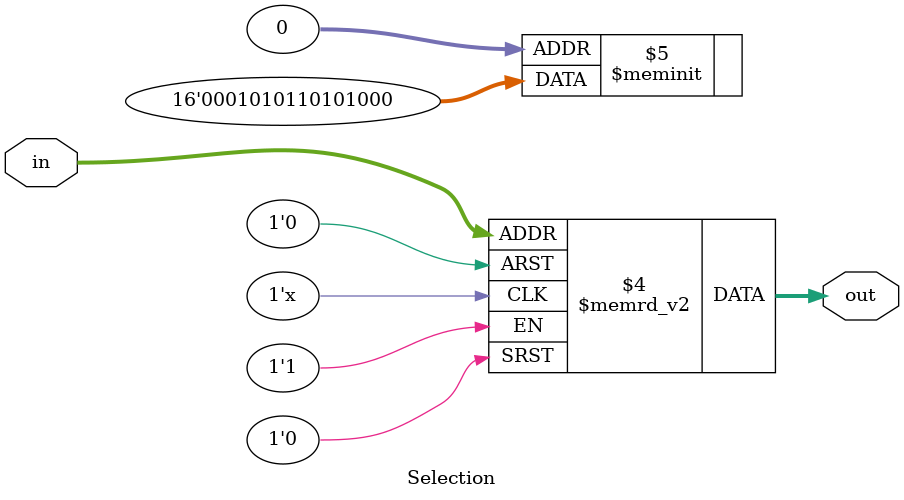
<source format=v>
module Selection(in,out);
// the output of out depends on 2integer bits and 1 fractional bit of the input

input [2:0] in;
output [1:0]out;
reg[1:0] out;

always @*
case(in)
	3'b011: out<=2'b10;
	3'b010: out<=2'b10;
	3'b001: out<=2'b10;
	3'b000: out<=2'b00;
	3'b111: out<=2'b00;
	3'b110: out<=2'b01;
	3'b101: out<=2'b01;
	3'b100: out<=2'b01;
endcase

endmodule	




</source>
